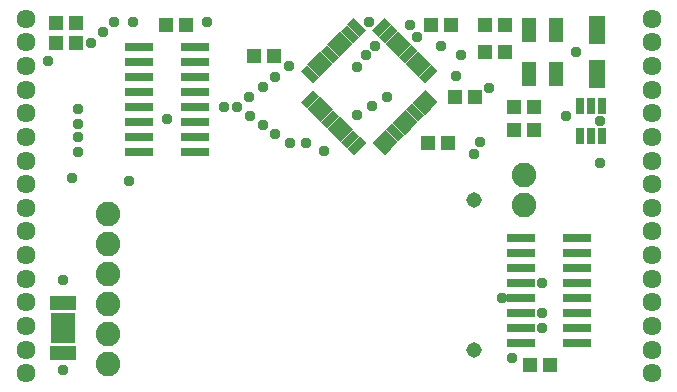
<source format=gts>
G04 EAGLE Gerber RS-274X export*
G75*
%MOMM*%
%FSLAX34Y34*%
%LPD*%
%INSoldermask Top*%
%IPPOS*%
%AMOC8*
5,1,8,0,0,1.08239X$1,22.5*%
G01*
%ADD10R,2.387600X0.762000*%
%ADD11R,1.473200X0.762000*%
%ADD12R,0.762000X1.473200*%
%ADD13C,1.611200*%
%ADD14R,1.303200X1.203200*%
%ADD15C,2.082800*%
%ADD16C,1.311200*%
%ADD17R,1.303200X2.103200*%
%ADD18R,1.353200X2.403200*%
%ADD19R,2.203200X1.203200*%
%ADD20R,2.000000X2.500000*%
%ADD21C,0.959600*%


D10*
X480822Y38100D03*
X480822Y50800D03*
X480822Y63500D03*
X480822Y76200D03*
X480822Y88900D03*
X480822Y101600D03*
X480822Y114300D03*
X480822Y127000D03*
X433578Y127000D03*
X433578Y114300D03*
X433578Y101600D03*
X433578Y88900D03*
X433578Y76200D03*
X433578Y63500D03*
X433578Y50800D03*
X433578Y38100D03*
D11*
G36*
X347050Y263310D02*
X357466Y273726D01*
X362854Y268338D01*
X352438Y257922D01*
X347050Y263310D01*
G37*
G36*
X341393Y268967D02*
X351809Y279383D01*
X357197Y273995D01*
X346781Y263579D01*
X341393Y268967D01*
G37*
G36*
X335737Y274624D02*
X346153Y285040D01*
X351541Y279652D01*
X341125Y269236D01*
X335737Y274624D01*
G37*
G36*
X330080Y280281D02*
X340496Y290697D01*
X345884Y285309D01*
X335468Y274893D01*
X330080Y280281D01*
G37*
G36*
X324423Y285938D02*
X334839Y296354D01*
X340227Y290966D01*
X329811Y280550D01*
X324423Y285938D01*
G37*
G36*
X318766Y291595D02*
X329182Y302011D01*
X334570Y296623D01*
X324154Y286207D01*
X318766Y291595D01*
G37*
G36*
X313109Y297251D02*
X323525Y307667D01*
X328913Y302279D01*
X318497Y291863D01*
X313109Y297251D01*
G37*
G36*
X307452Y302908D02*
X317868Y313324D01*
X323256Y307936D01*
X312840Y297520D01*
X307452Y302908D01*
G37*
D12*
G36*
X286344Y307936D02*
X291732Y313324D01*
X302148Y302908D01*
X296760Y297520D01*
X286344Y307936D01*
G37*
G36*
X280687Y302279D02*
X286075Y307667D01*
X296491Y297251D01*
X291103Y291863D01*
X280687Y302279D01*
G37*
G36*
X275030Y296623D02*
X280418Y302011D01*
X290834Y291595D01*
X285446Y286207D01*
X275030Y296623D01*
G37*
G36*
X269373Y290966D02*
X274761Y296354D01*
X285177Y285938D01*
X279789Y280550D01*
X269373Y290966D01*
G37*
G36*
X263716Y285309D02*
X269104Y290697D01*
X279520Y280281D01*
X274132Y274893D01*
X263716Y285309D01*
G37*
G36*
X258059Y279652D02*
X263447Y285040D01*
X273863Y274624D01*
X268475Y269236D01*
X258059Y279652D01*
G37*
G36*
X252403Y273995D02*
X257791Y279383D01*
X268207Y268967D01*
X262819Y263579D01*
X252403Y273995D01*
G37*
G36*
X246746Y268338D02*
X252134Y273726D01*
X262550Y263310D01*
X257162Y257922D01*
X246746Y268338D01*
G37*
D11*
G36*
X246746Y242202D02*
X257162Y252618D01*
X262550Y247230D01*
X252134Y236814D01*
X246746Y242202D01*
G37*
G36*
X252403Y236545D02*
X262819Y246961D01*
X268207Y241573D01*
X257791Y231157D01*
X252403Y236545D01*
G37*
G36*
X258059Y230888D02*
X268475Y241304D01*
X273863Y235916D01*
X263447Y225500D01*
X258059Y230888D01*
G37*
G36*
X263716Y225231D02*
X274132Y235647D01*
X279520Y230259D01*
X269104Y219843D01*
X263716Y225231D01*
G37*
G36*
X269373Y219574D02*
X279789Y229990D01*
X285177Y224602D01*
X274761Y214186D01*
X269373Y219574D01*
G37*
G36*
X275030Y213917D02*
X285446Y224333D01*
X290834Y218945D01*
X280418Y208529D01*
X275030Y213917D01*
G37*
G36*
X280687Y208261D02*
X291103Y218677D01*
X296491Y213289D01*
X286075Y202873D01*
X280687Y208261D01*
G37*
G36*
X286344Y202604D02*
X296760Y213020D01*
X302148Y207632D01*
X291732Y197216D01*
X286344Y202604D01*
G37*
D12*
G36*
X307452Y207632D02*
X312840Y213020D01*
X323256Y202604D01*
X317868Y197216D01*
X307452Y207632D01*
G37*
G36*
X313109Y213289D02*
X318497Y218677D01*
X328913Y208261D01*
X323525Y202873D01*
X313109Y213289D01*
G37*
G36*
X318766Y218945D02*
X324154Y224333D01*
X334570Y213917D01*
X329182Y208529D01*
X318766Y218945D01*
G37*
G36*
X324423Y224602D02*
X329811Y229990D01*
X340227Y219574D01*
X334839Y214186D01*
X324423Y224602D01*
G37*
G36*
X330080Y230259D02*
X335468Y235647D01*
X345884Y225231D01*
X340496Y219843D01*
X330080Y230259D01*
G37*
G36*
X335737Y235916D02*
X341125Y241304D01*
X351541Y230888D01*
X346153Y225500D01*
X335737Y235916D01*
G37*
G36*
X341393Y241573D02*
X346781Y246961D01*
X357197Y236545D01*
X351809Y231157D01*
X341393Y241573D01*
G37*
G36*
X347050Y247230D02*
X352438Y252618D01*
X362854Y242202D01*
X357466Y236814D01*
X347050Y247230D01*
G37*
D13*
X544177Y312560D03*
X544177Y292560D03*
X544177Y272560D03*
X544177Y252560D03*
X544177Y232560D03*
X544177Y212560D03*
X544177Y192560D03*
X544177Y172560D03*
X544177Y152560D03*
X544177Y132560D03*
X544177Y112560D03*
X544177Y92560D03*
X544177Y72560D03*
X544177Y52560D03*
X544177Y32560D03*
X544177Y12560D03*
X14003Y312560D03*
X14003Y292560D03*
X14003Y272560D03*
X14003Y252560D03*
X14003Y232560D03*
X14003Y212560D03*
X14003Y192560D03*
X14003Y172560D03*
X14003Y152560D03*
X14003Y132560D03*
X14003Y112560D03*
X14003Y92560D03*
X14003Y72560D03*
X14003Y52560D03*
X14003Y32560D03*
X14003Y12560D03*
D10*
X109728Y288290D03*
X109728Y275590D03*
X109728Y262890D03*
X109728Y250190D03*
X109728Y237490D03*
X109728Y224790D03*
X109728Y212090D03*
X109728Y199390D03*
X156972Y199390D03*
X156972Y212090D03*
X156972Y224790D03*
X156972Y237490D03*
X156972Y250190D03*
X156972Y262890D03*
X156972Y275590D03*
X156972Y288290D03*
D14*
X419980Y284480D03*
X402980Y284480D03*
X419980Y307340D03*
X402980Y307340D03*
X149470Y307340D03*
X132470Y307340D03*
X441080Y19050D03*
X458080Y19050D03*
X394580Y246380D03*
X377580Y246380D03*
X354720Y207010D03*
X371720Y207010D03*
X374260Y307340D03*
X357260Y307340D03*
X427110Y218440D03*
X444110Y218440D03*
X427110Y237490D03*
X444110Y237490D03*
X207400Y280670D03*
X224400Y280670D03*
X39760Y308610D03*
X56760Y308610D03*
X39760Y292100D03*
X56760Y292100D03*
D15*
X435610Y154940D03*
X435610Y180340D03*
D16*
X393700Y158750D03*
X393700Y31750D03*
D17*
X463366Y265980D03*
X440366Y302980D03*
X440366Y265980D03*
X463366Y302980D03*
D18*
X497840Y303480D03*
X497840Y265480D03*
D12*
X483362Y213106D03*
X492760Y213106D03*
X502158Y213106D03*
X502158Y239014D03*
X492760Y239014D03*
X483362Y239014D03*
D15*
X83820Y20320D03*
X83820Y45720D03*
X83820Y71120D03*
X83820Y96520D03*
X83820Y121920D03*
X83820Y147320D03*
D19*
X45720Y29800D03*
X45720Y71800D03*
D20*
X45720Y50800D03*
D21*
X382270Y281940D03*
X101600Y175260D03*
X365760Y289560D03*
X133350Y227965D03*
X181610Y238125D03*
X471170Y229870D03*
X500380Y190500D03*
X406400Y254000D03*
X266700Y200660D03*
X88900Y309880D03*
X45720Y15240D03*
X480060Y284480D03*
X304800Y309880D03*
X294640Y271780D03*
X450850Y63500D03*
X309880Y289560D03*
X450850Y88900D03*
X339090Y307340D03*
X417350Y76200D03*
X193040Y238125D03*
X203835Y230505D03*
X214630Y222885D03*
X302260Y281940D03*
X450850Y50800D03*
X225425Y263525D03*
X58420Y199390D03*
X214630Y254635D03*
X203200Y246380D03*
X53340Y177800D03*
X236855Y272415D03*
X58420Y212090D03*
X393700Y198120D03*
X251460Y207645D03*
X237490Y207645D03*
X398780Y208280D03*
X225425Y215265D03*
X425450Y25400D03*
X345440Y297180D03*
X378460Y264160D03*
X58420Y236220D03*
X33020Y276860D03*
X104775Y309880D03*
X167640Y309880D03*
X500380Y226060D03*
X79375Y300990D03*
X320040Y246380D03*
X69215Y292100D03*
X294640Y231140D03*
X307340Y238760D03*
X58170Y223905D03*
X45720Y91440D03*
M02*

</source>
